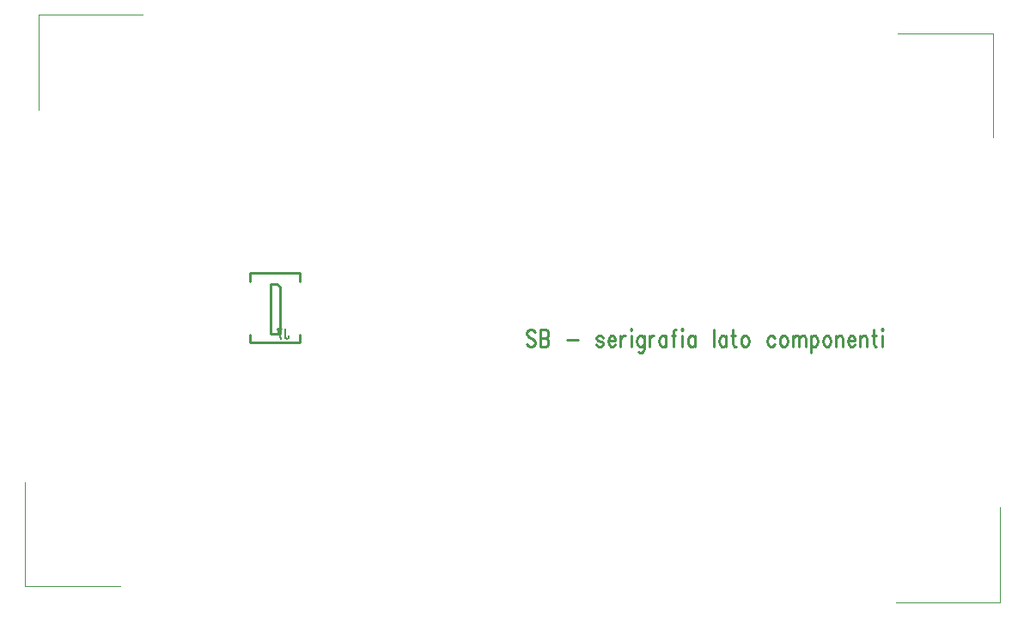
<source format=gbr>
*
*
G04 PADS VX.0 Build Number: 635560 generated Gerber (RS-274-X) file*
G04 PC Version=2.1*
*
%IN "FTC_con_001.pcb"*%
*
%MOIN*%
*
%FSLAX35Y35*%
*
*
*
*
G04 PC Standard Apertures*
*
*
G04 Thermal Relief Aperture macro.*
%AMTER*
1,1,$1,0,0*
1,0,$1-$2,0,0*
21,0,$3,$4,0,0,45*
21,0,$3,$4,0,0,135*
%
*
*
G04 Annular Aperture macro.*
%AMANN*
1,1,$1,0,0*
1,0,$2,0,0*
%
*
*
G04 Odd Aperture macro.*
%AMODD*
1,1,$1,0,0*
1,0,$1-0.005,0,0*
%
*
*
G04 PC Custom Aperture Macros*
*
*
*
*
*
*
G04 PC Aperture Table*
*
%ADD010C,0.01*%
%ADD031C,0.008*%
%ADD040C,0.001*%
*
*
*
*
G04 PC Circuitry*
G04 Layer Name FTC_con_001.pcb - circuitry*
%LPD*%
*
*
G04 PC Custom Flashes*
G04 Layer Name FTC_con_001.pcb - flashes*
%LPD*%
*
*
G04 PC Circuitry*
G04 Layer Name FTC_con_001.pcb - circuitry*
%LPD*%
*
G54D10*
G01X391929Y383858D02*
X395472D01*
Y401969*
X394291Y403150*
X391929*
Y383858*
X403346Y404134D02*
Y407480D01*
X383858*
Y404134*
X403346Y383268D02*
Y380315D01*
X383858*
Y383268*
X494520Y384365D02*
X494066Y384990D01*
X493384Y385303*
X492475*
X491793Y384990*
X491339Y384365*
Y383740*
X491566Y383115*
X491793Y382803*
X492248Y382490*
X493611Y381865*
X494066Y381553*
X494293Y381240*
X494520Y380615*
Y379678*
X494066Y379053*
X493384Y378740*
X492475*
X491793Y379053*
X491339Y379678*
X496566Y385303D02*
Y378740D01*
Y385303D02*
X498611D01*
X499293Y384990*
X499520Y384678*
X499748Y384053*
Y383428*
X499520Y382803*
X499293Y382490*
X498611Y382178*
X496566D02*
X498611D01*
X499293Y381865*
X499520Y381553*
X499748Y380928*
Y379990*
X499520Y379365*
X499293Y379053*
X498611Y378740*
X496566*
X507020Y381553D02*
X511111D01*
X520884Y382178D02*
X520657Y382803D01*
X519975Y383115*
X519293*
X518611Y382803*
X518384Y382178*
X518611Y381553*
X519066Y381240*
X520202Y380928*
X520657Y380615*
X520884Y379990*
Y379678*
X520657Y379053*
X519975Y378740*
X519293*
X518611Y379053*
X518384Y379678*
X522929Y381240D02*
X525657D01*
Y381865*
X525429Y382490*
X525202Y382803*
X524748Y383115*
X524066*
X523611Y382803*
X523157Y382178*
X522929Y381240*
Y380615*
X523157Y379678*
X523611Y379053*
X524066Y378740*
X524748*
X525202Y379053*
X525657Y379678*
X527702Y383115D02*
Y378740D01*
Y381240D02*
X527929Y382178D01*
X528384Y382803*
X528839Y383115*
X529520*
X531566Y385303D02*
X531793Y384990D01*
X532020Y385303*
X531793Y385615*
X531566Y385303*
X531793Y383115D02*
Y378740D01*
X536793Y383115D02*
Y378115D01*
X536566Y377178*
X536339Y376865*
X535884Y376553*
X535202*
X534748Y376865*
X536793Y382178D02*
X536339Y382803D01*
X535884Y383115*
X535202*
X534748Y382803*
X534293Y382178*
X534066Y381240*
Y380615*
X534293Y379678*
X534748Y379053*
X535202Y378740*
X535884*
X536339Y379053*
X536793Y379678*
X538839Y383115D02*
Y378740D01*
Y381240D02*
X539066Y382178D01*
X539520Y382803*
X539975Y383115*
X540657*
X545429D02*
Y378740D01*
Y382178D02*
X544975Y382803D01*
X544520Y383115*
X543839*
X543384Y382803*
X542929Y382178*
X542702Y381240*
Y380615*
X542929Y379678*
X543384Y379053*
X543839Y378740*
X544520*
X544975Y379053*
X545429Y379678*
X549293Y385303D02*
X548839D01*
X548384Y384990*
X548157Y384053*
Y378740*
X547475Y383115D02*
X549066D01*
X551339Y385303D02*
X551566Y384990D01*
X551793Y385303*
X551566Y385615*
X551339Y385303*
X551566Y383115D02*
Y378740D01*
X556566Y383115D02*
Y378740D01*
Y382178D02*
X556111Y382803D01*
X555657Y383115*
X554975*
X554520Y382803*
X554066Y382178*
X553839Y381240*
Y380615*
X554066Y379678*
X554520Y379053*
X554975Y378740*
X555657*
X556111Y379053*
X556566Y379678*
X563839Y385303D02*
Y378740D01*
X568611Y383115D02*
Y378740D01*
Y382178D02*
X568157Y382803D01*
X567702Y383115*
X567020*
X566566Y382803*
X566111Y382178*
X565884Y381240*
Y380615*
X566111Y379678*
X566566Y379053*
X567020Y378740*
X567702*
X568157Y379053*
X568611Y379678*
X571339Y385303D02*
Y379990D01*
X571566Y379053*
X572020Y378740*
X572475*
X570657Y383115D02*
X572248D01*
X575657D02*
X575202Y382803D01*
X574748Y382178*
X574520Y381240*
Y380615*
X574748Y379678*
X575202Y379053*
X575657Y378740*
X576339*
X576793Y379053*
X577248Y379678*
X577475Y380615*
Y381240*
X577248Y382178*
X576793Y382803*
X576339Y383115*
X575657*
X587475Y382178D02*
X587020Y382803D01*
X586566Y383115*
X585884*
X585429Y382803*
X584975Y382178*
X584748Y381240*
Y380615*
X584975Y379678*
X585429Y379053*
X585884Y378740*
X586566*
X587020Y379053*
X587475Y379678*
X590657Y383115D02*
X590202Y382803D01*
X589748Y382178*
X589520Y381240*
Y380615*
X589748Y379678*
X590202Y379053*
X590657Y378740*
X591339*
X591793Y379053*
X592248Y379678*
X592475Y380615*
Y381240*
X592248Y382178*
X591793Y382803*
X591339Y383115*
X590657*
X594520D02*
Y378740D01*
Y381865D02*
X595202Y382803D01*
X595657Y383115*
X596339*
X596793Y382803*
X597020Y381865*
Y378740*
Y381865D02*
X597702Y382803D01*
X598157Y383115*
X598839*
X599293Y382803*
X599520Y381865*
Y378740*
X601566Y383115D02*
Y376553D01*
Y382178D02*
X602020Y382803D01*
X602475Y383115*
X603157*
X603611Y382803*
X604066Y382178*
X604293Y381240*
Y380615*
X604066Y379678*
X603611Y379053*
X603157Y378740*
X602475*
X602020Y379053*
X601566Y379678*
X607475Y383115D02*
X607020Y382803D01*
X606566Y382178*
X606339Y381240*
Y380615*
X606566Y379678*
X607020Y379053*
X607475Y378740*
X608157*
X608611Y379053*
X609066Y379678*
X609293Y380615*
Y381240*
X609066Y382178*
X608611Y382803*
X608157Y383115*
X607475*
X611339D02*
Y378740D01*
Y381865D02*
X612020Y382803D01*
X612475Y383115*
X613157*
X613611Y382803*
X613839Y381865*
Y378740*
X615884Y381240D02*
X618611D01*
Y381865*
X618384Y382490*
X618157Y382803*
X617702Y383115*
X617020*
X616566Y382803*
X616111Y382178*
X615884Y381240*
Y380615*
X616111Y379678*
X616566Y379053*
X617020Y378740*
X617702*
X618157Y379053*
X618611Y379678*
X620657Y383115D02*
Y378740D01*
Y381865D02*
X621339Y382803D01*
X621793Y383115*
X622475*
X622929Y382803*
X623157Y381865*
Y378740*
X625884Y385303D02*
Y379990D01*
X626111Y379053*
X626566Y378740*
X627020*
X625202Y383115D02*
X626793D01*
X629066Y385303D02*
X629293Y384990D01*
X629520Y385303*
X629293Y385615*
X629066Y385303*
X629293Y383115D02*
Y378740D01*
G54D31*
X397616Y385715D02*
Y382715D01*
X397752Y382152*
X397889Y381965*
X398161Y381777*
X398434*
X398707Y381965*
X398843Y382152*
X398979Y382715*
Y383090*
X394479Y385715D02*
X395843Y381777D01*
X396389Y385715D02*
X394479D01*
G54D40*
X634646Y279528D02*
X674803D01*
Y316535*
X672441Y460236D02*
Y500394D01*
X635433*
X296457Y325984D02*
Y285827D01*
X333465*
X342126Y507874D02*
X301969D01*
Y470866*
X0Y0D02*
M02*

</source>
